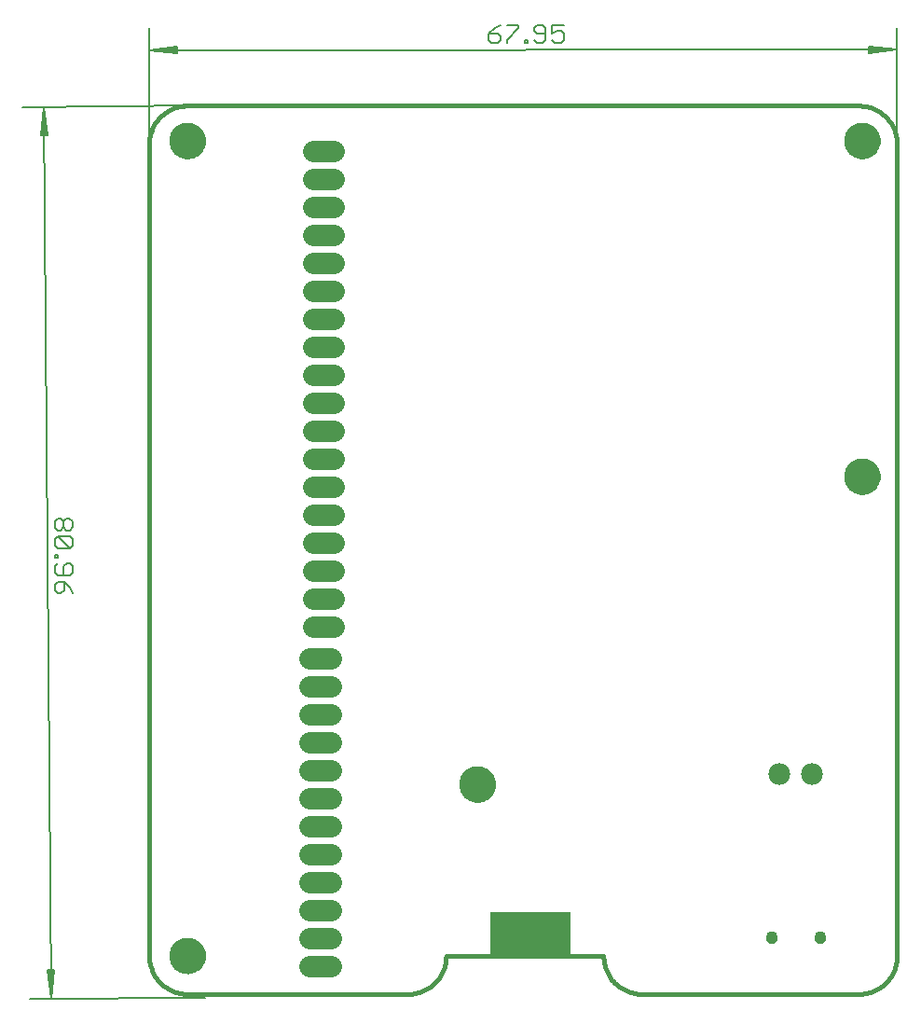
<source format=gbs>
G75*
G70*
%OFA0B0*%
%FSLAX24Y24*%
%IPPOS*%
%LPD*%
%AMOC8*
5,1,8,0,0,1.08239X$1,22.5*
%
%ADD10C,0.0160*%
%ADD11C,0.0051*%
%ADD12C,0.0060*%
%ADD13C,0.0000*%
%ADD14C,0.1300*%
%ADD15R,0.0640X0.1340*%
%ADD16R,0.2900X0.1600*%
%ADD17C,0.0780*%
%ADD18C,0.0434*%
%ADD19C,0.0780*%
D10*
X004642Y002930D02*
X004642Y031925D01*
X004642Y031930D02*
X004644Y032002D01*
X004650Y032074D01*
X004659Y032145D01*
X004672Y032216D01*
X004689Y032286D01*
X004709Y032355D01*
X004733Y032423D01*
X004761Y032489D01*
X004792Y032554D01*
X004826Y032618D01*
X004864Y032679D01*
X004905Y032738D01*
X004948Y032795D01*
X004995Y032850D01*
X005045Y032902D01*
X005097Y032952D01*
X005152Y032999D01*
X005209Y033042D01*
X005268Y033083D01*
X005330Y033121D01*
X005393Y033155D01*
X005458Y033186D01*
X005524Y033214D01*
X005592Y033238D01*
X005661Y033258D01*
X005731Y033275D01*
X005802Y033288D01*
X005873Y033297D01*
X005945Y033303D01*
X006017Y033305D01*
X005892Y033305D02*
X030012Y033305D01*
X030017Y033305D02*
X030089Y033303D01*
X030161Y033297D01*
X030232Y033288D01*
X030303Y033275D01*
X030373Y033258D01*
X030442Y033238D01*
X030510Y033214D01*
X030576Y033186D01*
X030641Y033155D01*
X030705Y033121D01*
X030766Y033083D01*
X030825Y033042D01*
X030882Y032999D01*
X030937Y032952D01*
X030989Y032902D01*
X031039Y032850D01*
X031086Y032795D01*
X031129Y032738D01*
X031170Y032679D01*
X031208Y032618D01*
X031242Y032554D01*
X031273Y032489D01*
X031301Y032423D01*
X031325Y032355D01*
X031345Y032286D01*
X031362Y032216D01*
X031375Y032145D01*
X031384Y032074D01*
X031390Y032002D01*
X031392Y031930D01*
X031392Y002805D01*
X031392Y002930D02*
X031390Y002858D01*
X031384Y002786D01*
X031375Y002715D01*
X031362Y002644D01*
X031345Y002574D01*
X031325Y002505D01*
X031301Y002437D01*
X031273Y002371D01*
X031242Y002306D01*
X031208Y002243D01*
X031170Y002181D01*
X031129Y002122D01*
X031086Y002065D01*
X031039Y002010D01*
X030989Y001958D01*
X030937Y001908D01*
X030882Y001861D01*
X030825Y001818D01*
X030766Y001777D01*
X030705Y001739D01*
X030641Y001705D01*
X030576Y001674D01*
X030510Y001646D01*
X030442Y001622D01*
X030373Y001602D01*
X030303Y001585D01*
X030232Y001572D01*
X030161Y001563D01*
X030089Y001557D01*
X030017Y001555D01*
X022267Y001555D01*
X022195Y001557D01*
X022123Y001563D01*
X022052Y001572D01*
X021981Y001585D01*
X021911Y001602D01*
X021842Y001622D01*
X021774Y001646D01*
X021708Y001674D01*
X021643Y001705D01*
X021580Y001739D01*
X021518Y001777D01*
X021459Y001818D01*
X021402Y001861D01*
X021347Y001908D01*
X021295Y001958D01*
X021245Y002010D01*
X021198Y002065D01*
X021155Y002122D01*
X021114Y002181D01*
X021076Y002243D01*
X021042Y002306D01*
X021011Y002371D01*
X020983Y002437D01*
X020959Y002505D01*
X020939Y002574D01*
X020922Y002644D01*
X020909Y002715D01*
X020900Y002786D01*
X020894Y002858D01*
X020892Y002930D01*
X015267Y002930D01*
X015265Y002858D01*
X015259Y002786D01*
X015250Y002715D01*
X015237Y002644D01*
X015220Y002574D01*
X015200Y002505D01*
X015176Y002437D01*
X015148Y002371D01*
X015117Y002306D01*
X015083Y002243D01*
X015045Y002181D01*
X015004Y002122D01*
X014961Y002065D01*
X014914Y002010D01*
X014864Y001958D01*
X014812Y001908D01*
X014757Y001861D01*
X014700Y001818D01*
X014641Y001777D01*
X014580Y001739D01*
X014516Y001705D01*
X014451Y001674D01*
X014385Y001646D01*
X014317Y001622D01*
X014248Y001602D01*
X014178Y001585D01*
X014107Y001572D01*
X014036Y001563D01*
X013964Y001557D01*
X013892Y001555D01*
X006017Y001555D01*
X005945Y001557D01*
X005873Y001563D01*
X005802Y001572D01*
X005731Y001585D01*
X005661Y001602D01*
X005592Y001622D01*
X005524Y001646D01*
X005458Y001674D01*
X005393Y001705D01*
X005329Y001739D01*
X005268Y001777D01*
X005209Y001818D01*
X005152Y001861D01*
X005097Y001908D01*
X005045Y001958D01*
X004995Y002010D01*
X004948Y002065D01*
X004905Y002122D01*
X004864Y002181D01*
X004826Y002243D01*
X004792Y002306D01*
X004761Y002371D01*
X004733Y002437D01*
X004709Y002505D01*
X004689Y002574D01*
X004672Y002644D01*
X004659Y002715D01*
X004650Y002786D01*
X004644Y002858D01*
X004642Y002930D01*
D11*
X006642Y001430D02*
X000376Y001381D01*
X001143Y001387D02*
X001033Y002410D01*
X001010Y002409D02*
X001143Y001387D01*
X001238Y002411D01*
X001261Y002411D02*
X001010Y002409D01*
X001084Y002410D02*
X001143Y001387D01*
X001186Y002411D01*
X001261Y002411D02*
X001143Y001387D01*
X000893Y033262D01*
X000799Y032237D01*
X000776Y032237D02*
X000893Y033262D01*
X001004Y032239D01*
X001027Y032239D02*
X000776Y032237D01*
X000850Y032238D02*
X000893Y033262D01*
X000952Y032239D01*
X001027Y032239D02*
X000893Y033262D01*
X000126Y033256D02*
X006392Y033305D01*
X005665Y035175D02*
X004641Y035300D01*
X005665Y035198D01*
X005665Y035175D02*
X005665Y035426D01*
X004641Y035300D01*
X005665Y035403D01*
X005665Y035352D02*
X004641Y035300D01*
X005665Y035249D01*
X004641Y035300D02*
X031391Y035305D01*
X030368Y035203D01*
X030368Y035179D02*
X031391Y035305D01*
X030368Y035407D01*
X030368Y035431D02*
X030368Y035179D01*
X030368Y035254D02*
X031391Y035305D01*
X030368Y035356D01*
X030368Y035431D02*
X031391Y035305D01*
X031391Y036073D02*
X031392Y031930D01*
X004642Y031925D02*
X004641Y036068D01*
D12*
X016790Y035879D02*
X016790Y035665D01*
X016897Y035559D01*
X017110Y035559D01*
X017217Y035665D01*
X017217Y035772D01*
X017110Y035879D01*
X016790Y035879D01*
X017004Y036092D01*
X017217Y036199D01*
X017435Y036199D02*
X017862Y036199D01*
X017862Y036092D01*
X017435Y035665D01*
X017435Y035559D01*
X018079Y035559D02*
X018186Y035559D01*
X018186Y035665D01*
X018079Y035665D01*
X018079Y035559D01*
X018401Y035665D02*
X018508Y035559D01*
X018722Y035559D01*
X018828Y035665D01*
X018828Y036092D01*
X018722Y036199D01*
X018508Y036199D01*
X018401Y036092D01*
X018401Y035986D01*
X018508Y035879D01*
X018828Y035879D01*
X019046Y035879D02*
X019046Y036199D01*
X019473Y036199D01*
X019366Y035986D02*
X019259Y035986D01*
X019046Y035879D01*
X019046Y035665D02*
X019153Y035559D01*
X019366Y035559D01*
X019473Y035665D01*
X019473Y035879D01*
X019366Y035986D01*
X001906Y018450D02*
X001908Y018237D01*
X001802Y018129D01*
X001695Y018129D01*
X001587Y018235D01*
X001586Y018448D01*
X001692Y018556D01*
X001799Y018556D01*
X001906Y018450D01*
X001586Y018448D02*
X001478Y018554D01*
X001372Y018553D01*
X001266Y018446D01*
X001267Y018232D01*
X001375Y018126D01*
X001481Y018127D01*
X001587Y018235D01*
X001376Y017909D02*
X001806Y017485D01*
X001379Y017482D01*
X001272Y017588D01*
X001270Y017801D01*
X001376Y017909D01*
X001803Y017912D01*
X001911Y017806D01*
X001912Y017592D01*
X001806Y017485D01*
X001810Y016945D02*
X001703Y016944D01*
X001597Y016837D01*
X001599Y016516D01*
X001386Y016515D02*
X001813Y016518D01*
X001919Y016625D01*
X001917Y016839D01*
X001810Y016945D01*
X001383Y016942D02*
X001277Y016835D01*
X001278Y016621D01*
X001386Y016515D01*
X001387Y016297D02*
X001281Y016190D01*
X001283Y015976D01*
X001390Y015870D01*
X001497Y015871D01*
X001603Y015979D01*
X001601Y016299D01*
X001387Y016297D01*
X001601Y016299D02*
X001816Y016087D01*
X001924Y015874D01*
X001381Y017158D02*
X001275Y017157D01*
X001274Y017264D01*
X001381Y017264D01*
X001381Y017158D01*
D13*
X005387Y002930D02*
X005389Y002980D01*
X005395Y003030D01*
X005405Y003079D01*
X005419Y003127D01*
X005436Y003174D01*
X005457Y003219D01*
X005482Y003263D01*
X005510Y003304D01*
X005542Y003343D01*
X005576Y003380D01*
X005613Y003414D01*
X005653Y003444D01*
X005695Y003471D01*
X005739Y003495D01*
X005785Y003516D01*
X005832Y003532D01*
X005880Y003545D01*
X005930Y003554D01*
X005979Y003559D01*
X006030Y003560D01*
X006080Y003557D01*
X006129Y003550D01*
X006178Y003539D01*
X006226Y003524D01*
X006272Y003506D01*
X006317Y003484D01*
X006360Y003458D01*
X006401Y003429D01*
X006440Y003397D01*
X006476Y003362D01*
X006508Y003324D01*
X006538Y003284D01*
X006565Y003241D01*
X006588Y003197D01*
X006607Y003151D01*
X006623Y003103D01*
X006635Y003054D01*
X006643Y003005D01*
X006647Y002955D01*
X006647Y002905D01*
X006643Y002855D01*
X006635Y002806D01*
X006623Y002757D01*
X006607Y002709D01*
X006588Y002663D01*
X006565Y002619D01*
X006538Y002576D01*
X006508Y002536D01*
X006476Y002498D01*
X006440Y002463D01*
X006401Y002431D01*
X006360Y002402D01*
X006317Y002376D01*
X006272Y002354D01*
X006226Y002336D01*
X006178Y002321D01*
X006129Y002310D01*
X006080Y002303D01*
X006030Y002300D01*
X005979Y002301D01*
X005930Y002306D01*
X005880Y002315D01*
X005832Y002328D01*
X005785Y002344D01*
X005739Y002365D01*
X005695Y002389D01*
X005653Y002416D01*
X005613Y002446D01*
X005576Y002480D01*
X005542Y002517D01*
X005510Y002556D01*
X005482Y002597D01*
X005457Y002641D01*
X005436Y002686D01*
X005419Y002733D01*
X005405Y002781D01*
X005395Y002830D01*
X005389Y002880D01*
X005387Y002930D01*
X015762Y009055D02*
X015764Y009105D01*
X015770Y009155D01*
X015780Y009204D01*
X015794Y009252D01*
X015811Y009299D01*
X015832Y009344D01*
X015857Y009388D01*
X015885Y009429D01*
X015917Y009468D01*
X015951Y009505D01*
X015988Y009539D01*
X016028Y009569D01*
X016070Y009596D01*
X016114Y009620D01*
X016160Y009641D01*
X016207Y009657D01*
X016255Y009670D01*
X016305Y009679D01*
X016354Y009684D01*
X016405Y009685D01*
X016455Y009682D01*
X016504Y009675D01*
X016553Y009664D01*
X016601Y009649D01*
X016647Y009631D01*
X016692Y009609D01*
X016735Y009583D01*
X016776Y009554D01*
X016815Y009522D01*
X016851Y009487D01*
X016883Y009449D01*
X016913Y009409D01*
X016940Y009366D01*
X016963Y009322D01*
X016982Y009276D01*
X016998Y009228D01*
X017010Y009179D01*
X017018Y009130D01*
X017022Y009080D01*
X017022Y009030D01*
X017018Y008980D01*
X017010Y008931D01*
X016998Y008882D01*
X016982Y008834D01*
X016963Y008788D01*
X016940Y008744D01*
X016913Y008701D01*
X016883Y008661D01*
X016851Y008623D01*
X016815Y008588D01*
X016776Y008556D01*
X016735Y008527D01*
X016692Y008501D01*
X016647Y008479D01*
X016601Y008461D01*
X016553Y008446D01*
X016504Y008435D01*
X016455Y008428D01*
X016405Y008425D01*
X016354Y008426D01*
X016305Y008431D01*
X016255Y008440D01*
X016207Y008453D01*
X016160Y008469D01*
X016114Y008490D01*
X016070Y008514D01*
X016028Y008541D01*
X015988Y008571D01*
X015951Y008605D01*
X015917Y008642D01*
X015885Y008681D01*
X015857Y008722D01*
X015832Y008766D01*
X015811Y008811D01*
X015794Y008858D01*
X015780Y008906D01*
X015770Y008955D01*
X015764Y009005D01*
X015762Y009055D01*
X026704Y003574D02*
X026706Y003601D01*
X026712Y003628D01*
X026721Y003654D01*
X026734Y003678D01*
X026750Y003701D01*
X026769Y003720D01*
X026791Y003737D01*
X026815Y003751D01*
X026840Y003761D01*
X026867Y003768D01*
X026894Y003771D01*
X026922Y003770D01*
X026949Y003765D01*
X026975Y003757D01*
X026999Y003745D01*
X027022Y003729D01*
X027043Y003711D01*
X027060Y003690D01*
X027075Y003666D01*
X027086Y003641D01*
X027094Y003615D01*
X027098Y003588D01*
X027098Y003560D01*
X027094Y003533D01*
X027086Y003507D01*
X027075Y003482D01*
X027060Y003458D01*
X027043Y003437D01*
X027022Y003419D01*
X027000Y003403D01*
X026975Y003391D01*
X026949Y003383D01*
X026922Y003378D01*
X026894Y003377D01*
X026867Y003380D01*
X026840Y003387D01*
X026815Y003397D01*
X026791Y003411D01*
X026769Y003428D01*
X026750Y003447D01*
X026734Y003470D01*
X026721Y003494D01*
X026712Y003520D01*
X026706Y003547D01*
X026704Y003574D01*
X028436Y003574D02*
X028438Y003601D01*
X028444Y003628D01*
X028453Y003654D01*
X028466Y003678D01*
X028482Y003701D01*
X028501Y003720D01*
X028523Y003737D01*
X028547Y003751D01*
X028572Y003761D01*
X028599Y003768D01*
X028626Y003771D01*
X028654Y003770D01*
X028681Y003765D01*
X028707Y003757D01*
X028731Y003745D01*
X028754Y003729D01*
X028775Y003711D01*
X028792Y003690D01*
X028807Y003666D01*
X028818Y003641D01*
X028826Y003615D01*
X028830Y003588D01*
X028830Y003560D01*
X028826Y003533D01*
X028818Y003507D01*
X028807Y003482D01*
X028792Y003458D01*
X028775Y003437D01*
X028754Y003419D01*
X028732Y003403D01*
X028707Y003391D01*
X028681Y003383D01*
X028654Y003378D01*
X028626Y003377D01*
X028599Y003380D01*
X028572Y003387D01*
X028547Y003397D01*
X028523Y003411D01*
X028501Y003428D01*
X028482Y003447D01*
X028466Y003470D01*
X028453Y003494D01*
X028444Y003520D01*
X028438Y003547D01*
X028436Y003574D01*
X029512Y020055D02*
X029514Y020105D01*
X029520Y020155D01*
X029530Y020204D01*
X029544Y020252D01*
X029561Y020299D01*
X029582Y020344D01*
X029607Y020388D01*
X029635Y020429D01*
X029667Y020468D01*
X029701Y020505D01*
X029738Y020539D01*
X029778Y020569D01*
X029820Y020596D01*
X029864Y020620D01*
X029910Y020641D01*
X029957Y020657D01*
X030005Y020670D01*
X030055Y020679D01*
X030104Y020684D01*
X030155Y020685D01*
X030205Y020682D01*
X030254Y020675D01*
X030303Y020664D01*
X030351Y020649D01*
X030397Y020631D01*
X030442Y020609D01*
X030485Y020583D01*
X030526Y020554D01*
X030565Y020522D01*
X030601Y020487D01*
X030633Y020449D01*
X030663Y020409D01*
X030690Y020366D01*
X030713Y020322D01*
X030732Y020276D01*
X030748Y020228D01*
X030760Y020179D01*
X030768Y020130D01*
X030772Y020080D01*
X030772Y020030D01*
X030768Y019980D01*
X030760Y019931D01*
X030748Y019882D01*
X030732Y019834D01*
X030713Y019788D01*
X030690Y019744D01*
X030663Y019701D01*
X030633Y019661D01*
X030601Y019623D01*
X030565Y019588D01*
X030526Y019556D01*
X030485Y019527D01*
X030442Y019501D01*
X030397Y019479D01*
X030351Y019461D01*
X030303Y019446D01*
X030254Y019435D01*
X030205Y019428D01*
X030155Y019425D01*
X030104Y019426D01*
X030055Y019431D01*
X030005Y019440D01*
X029957Y019453D01*
X029910Y019469D01*
X029864Y019490D01*
X029820Y019514D01*
X029778Y019541D01*
X029738Y019571D01*
X029701Y019605D01*
X029667Y019642D01*
X029635Y019681D01*
X029607Y019722D01*
X029582Y019766D01*
X029561Y019811D01*
X029544Y019858D01*
X029530Y019906D01*
X029520Y019955D01*
X029514Y020005D01*
X029512Y020055D01*
X029512Y032055D02*
X029514Y032105D01*
X029520Y032155D01*
X029530Y032204D01*
X029544Y032252D01*
X029561Y032299D01*
X029582Y032344D01*
X029607Y032388D01*
X029635Y032429D01*
X029667Y032468D01*
X029701Y032505D01*
X029738Y032539D01*
X029778Y032569D01*
X029820Y032596D01*
X029864Y032620D01*
X029910Y032641D01*
X029957Y032657D01*
X030005Y032670D01*
X030055Y032679D01*
X030104Y032684D01*
X030155Y032685D01*
X030205Y032682D01*
X030254Y032675D01*
X030303Y032664D01*
X030351Y032649D01*
X030397Y032631D01*
X030442Y032609D01*
X030485Y032583D01*
X030526Y032554D01*
X030565Y032522D01*
X030601Y032487D01*
X030633Y032449D01*
X030663Y032409D01*
X030690Y032366D01*
X030713Y032322D01*
X030732Y032276D01*
X030748Y032228D01*
X030760Y032179D01*
X030768Y032130D01*
X030772Y032080D01*
X030772Y032030D01*
X030768Y031980D01*
X030760Y031931D01*
X030748Y031882D01*
X030732Y031834D01*
X030713Y031788D01*
X030690Y031744D01*
X030663Y031701D01*
X030633Y031661D01*
X030601Y031623D01*
X030565Y031588D01*
X030526Y031556D01*
X030485Y031527D01*
X030442Y031501D01*
X030397Y031479D01*
X030351Y031461D01*
X030303Y031446D01*
X030254Y031435D01*
X030205Y031428D01*
X030155Y031425D01*
X030104Y031426D01*
X030055Y031431D01*
X030005Y031440D01*
X029957Y031453D01*
X029910Y031469D01*
X029864Y031490D01*
X029820Y031514D01*
X029778Y031541D01*
X029738Y031571D01*
X029701Y031605D01*
X029667Y031642D01*
X029635Y031681D01*
X029607Y031722D01*
X029582Y031766D01*
X029561Y031811D01*
X029544Y031858D01*
X029530Y031906D01*
X029520Y031955D01*
X029514Y032005D01*
X029512Y032055D01*
X005387Y032055D02*
X005389Y032105D01*
X005395Y032155D01*
X005405Y032204D01*
X005419Y032252D01*
X005436Y032299D01*
X005457Y032344D01*
X005482Y032388D01*
X005510Y032429D01*
X005542Y032468D01*
X005576Y032505D01*
X005613Y032539D01*
X005653Y032569D01*
X005695Y032596D01*
X005739Y032620D01*
X005785Y032641D01*
X005832Y032657D01*
X005880Y032670D01*
X005930Y032679D01*
X005979Y032684D01*
X006030Y032685D01*
X006080Y032682D01*
X006129Y032675D01*
X006178Y032664D01*
X006226Y032649D01*
X006272Y032631D01*
X006317Y032609D01*
X006360Y032583D01*
X006401Y032554D01*
X006440Y032522D01*
X006476Y032487D01*
X006508Y032449D01*
X006538Y032409D01*
X006565Y032366D01*
X006588Y032322D01*
X006607Y032276D01*
X006623Y032228D01*
X006635Y032179D01*
X006643Y032130D01*
X006647Y032080D01*
X006647Y032030D01*
X006643Y031980D01*
X006635Y031931D01*
X006623Y031882D01*
X006607Y031834D01*
X006588Y031788D01*
X006565Y031744D01*
X006538Y031701D01*
X006508Y031661D01*
X006476Y031623D01*
X006440Y031588D01*
X006401Y031556D01*
X006360Y031527D01*
X006317Y031501D01*
X006272Y031479D01*
X006226Y031461D01*
X006178Y031446D01*
X006129Y031435D01*
X006080Y031428D01*
X006030Y031425D01*
X005979Y031426D01*
X005930Y031431D01*
X005880Y031440D01*
X005832Y031453D01*
X005785Y031469D01*
X005739Y031490D01*
X005695Y031514D01*
X005653Y031541D01*
X005613Y031571D01*
X005576Y031605D01*
X005542Y031642D01*
X005510Y031681D01*
X005482Y031722D01*
X005457Y031766D01*
X005436Y031811D01*
X005419Y031858D01*
X005405Y031906D01*
X005395Y031955D01*
X005389Y032005D01*
X005387Y032055D01*
D14*
X006017Y032055D03*
X016392Y009055D03*
X006017Y002930D03*
X030142Y020055D03*
X030142Y032055D03*
D15*
X019267Y003680D03*
X018267Y003680D03*
X017267Y003680D03*
D16*
X018267Y003680D03*
D17*
X027197Y009430D03*
X028337Y009430D03*
D18*
X028633Y003574D03*
X026901Y003574D03*
D19*
X011137Y003555D02*
X010397Y003555D01*
X010397Y002555D02*
X011137Y002555D01*
X011137Y004555D02*
X010397Y004555D01*
X010397Y005555D02*
X011137Y005555D01*
X011137Y006555D02*
X010397Y006555D01*
X010397Y007555D02*
X011137Y007555D01*
X011137Y008555D02*
X010397Y008555D01*
X010397Y009555D02*
X011137Y009555D01*
X011137Y010555D02*
X010397Y010555D01*
X010397Y011555D02*
X011137Y011555D01*
X011137Y012555D02*
X010397Y012555D01*
X010397Y013555D02*
X011137Y013555D01*
X011262Y014680D02*
X010522Y014680D01*
X010522Y015680D02*
X011262Y015680D01*
X011262Y016680D02*
X010522Y016680D01*
X010522Y017680D02*
X011262Y017680D01*
X011262Y018680D02*
X010522Y018680D01*
X010522Y019680D02*
X011262Y019680D01*
X011262Y020680D02*
X010522Y020680D01*
X010522Y021680D02*
X011262Y021680D01*
X011262Y022680D02*
X010522Y022680D01*
X010522Y023680D02*
X011262Y023680D01*
X011262Y024680D02*
X010522Y024680D01*
X010522Y025680D02*
X011262Y025680D01*
X011262Y026680D02*
X010522Y026680D01*
X010522Y027680D02*
X011262Y027680D01*
X011262Y028680D02*
X010522Y028680D01*
X010522Y029680D02*
X011262Y029680D01*
X011262Y030680D02*
X010522Y030680D01*
X010522Y031680D02*
X011262Y031680D01*
M02*

</source>
